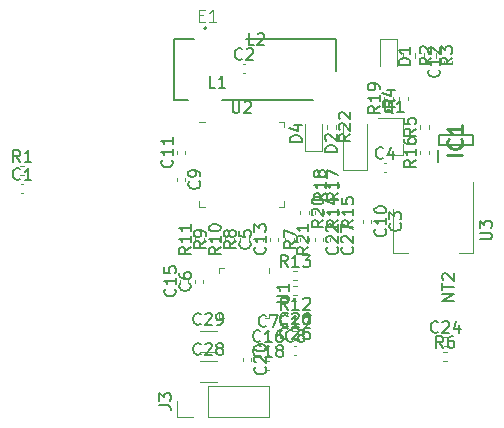
<source format=gbr>
%TF.GenerationSoftware,KiCad,Pcbnew,(5.1.8)-1*%
%TF.CreationDate,2021-03-06T05:42:10-08:00*%
%TF.ProjectId,audioboard,61756469-6f62-46f6-9172-642e6b696361,rev?*%
%TF.SameCoordinates,Original*%
%TF.FileFunction,Legend,Top*%
%TF.FilePolarity,Positive*%
%FSLAX46Y46*%
G04 Gerber Fmt 4.6, Leading zero omitted, Abs format (unit mm)*
G04 Created by KiCad (PCBNEW (5.1.8)-1) date 2021-03-06 05:42:10*
%MOMM*%
%LPD*%
G01*
G04 APERTURE LIST*
%ADD10C,0.120000*%
%ADD11C,0.200000*%
%ADD12C,0.127000*%
%ADD13C,0.150000*%
%ADD14C,0.254000*%
%ADD15C,0.015000*%
G04 APERTURE END LIST*
D10*
%TO.C,R16*%
X97410000Y-86513641D02*
X97410000Y-86206359D01*
X98170000Y-86513641D02*
X98170000Y-86206359D01*
%TO.C,R4*%
X95632000Y-81941641D02*
X95632000Y-81634359D01*
X96392000Y-81941641D02*
X96392000Y-81634359D01*
%TO.C,U3*%
X95142000Y-94874000D02*
X96402000Y-94874000D01*
X101962000Y-94874000D02*
X100702000Y-94874000D01*
X95142000Y-91114000D02*
X95142000Y-94874000D01*
X101962000Y-88864000D02*
X101962000Y-94874000D01*
%TO.C,U2*%
X85475000Y-83766000D02*
X85950000Y-83766000D01*
X85950000Y-83766000D02*
X85950000Y-84241000D01*
X79205000Y-90986000D02*
X78730000Y-90986000D01*
X78730000Y-90986000D02*
X78730000Y-90511000D01*
X85475000Y-90986000D02*
X85950000Y-90986000D01*
X85950000Y-90986000D02*
X85950000Y-90511000D01*
X79205000Y-83766000D02*
X78730000Y-83766000D01*
%TO.C,U1*%
X84660000Y-100033000D02*
X84660000Y-100408000D01*
X84660000Y-100408000D02*
X84285000Y-100408000D01*
X80440000Y-96563000D02*
X80440000Y-96188000D01*
X80440000Y-96188000D02*
X80815000Y-96188000D01*
X80440000Y-100033000D02*
X80440000Y-100408000D01*
X80440000Y-100408000D02*
X80815000Y-100408000D01*
X84660000Y-96563000D02*
X84660000Y-96188000D01*
%TO.C,R22*%
X90296000Y-84045359D02*
X90296000Y-84352641D01*
X89536000Y-84045359D02*
X89536000Y-84352641D01*
%TO.C,R21*%
X86740000Y-93572359D02*
X86740000Y-93879641D01*
X85980000Y-93572359D02*
X85980000Y-93879641D01*
%TO.C,R20*%
X88010000Y-91286359D02*
X88010000Y-91593641D01*
X87250000Y-91286359D02*
X87250000Y-91593641D01*
%TO.C,R19*%
X94362000Y-81941641D02*
X94362000Y-81634359D01*
X95122000Y-81941641D02*
X95122000Y-81634359D01*
%TO.C,R18*%
X89790000Y-89307641D02*
X89790000Y-89000359D01*
X90550000Y-89307641D02*
X90550000Y-89000359D01*
%TO.C,R17*%
X89280000Y-89000359D02*
X89280000Y-89307641D01*
X88520000Y-89000359D02*
X88520000Y-89307641D01*
%TO.C,R15*%
X90550000Y-91286359D02*
X90550000Y-91593641D01*
X89790000Y-91286359D02*
X89790000Y-91593641D01*
%TO.C,R14*%
X89280000Y-91286359D02*
X89280000Y-91593641D01*
X88520000Y-91286359D02*
X88520000Y-91593641D01*
%TO.C,R13*%
X86714359Y-96394000D02*
X87021641Y-96394000D01*
X86714359Y-97154000D02*
X87021641Y-97154000D01*
%TO.C,R12*%
X87021641Y-98424000D02*
X86714359Y-98424000D01*
X87021641Y-97664000D02*
X86714359Y-97664000D01*
%TO.C,R11*%
X78360000Y-93879641D02*
X78360000Y-93572359D01*
X79120000Y-93879641D02*
X79120000Y-93572359D01*
%TO.C,R10*%
X80900000Y-93879641D02*
X80900000Y-93572359D01*
X81660000Y-93879641D02*
X81660000Y-93572359D01*
%TO.C,R9*%
X79630000Y-93879641D02*
X79630000Y-93572359D01*
X80390000Y-93879641D02*
X80390000Y-93572359D01*
%TO.C,R8*%
X82170000Y-93879641D02*
X82170000Y-93572359D01*
X82930000Y-93879641D02*
X82930000Y-93572359D01*
%TO.C,R7*%
X87250000Y-93879641D02*
X87250000Y-93572359D01*
X88010000Y-93879641D02*
X88010000Y-93572359D01*
%TO.C,R6*%
X99414359Y-103252000D02*
X99721641Y-103252000D01*
X99414359Y-104012000D02*
X99721641Y-104012000D01*
%TO.C,R5*%
X97410000Y-84352641D02*
X97410000Y-84045359D01*
X98170000Y-84352641D02*
X98170000Y-84045359D01*
%TO.C,R3*%
X98820500Y-77931742D02*
X98820500Y-78406258D01*
X97775500Y-77931742D02*
X97775500Y-78406258D01*
%TO.C,R2*%
X97042500Y-77931742D02*
X97042500Y-78406258D01*
X95997500Y-77931742D02*
X95997500Y-78406258D01*
%TO.C,R1*%
X63600359Y-87504000D02*
X63907641Y-87504000D01*
X63600359Y-88264000D02*
X63907641Y-88264000D01*
%TO.C,Q1*%
X96010000Y-86599000D02*
X96010000Y-85669000D01*
X96010000Y-83439000D02*
X96010000Y-84369000D01*
X96010000Y-83439000D02*
X93850000Y-83439000D01*
X96010000Y-86599000D02*
X94550000Y-86599000D01*
%TO.C,J3*%
X84642000Y-108772000D02*
X84642000Y-106112000D01*
X79502000Y-108772000D02*
X84642000Y-108772000D01*
X79502000Y-106112000D02*
X84642000Y-106112000D01*
X79502000Y-108772000D02*
X79502000Y-106112000D01*
X78232000Y-108772000D02*
X76902000Y-108772000D01*
X76902000Y-108772000D02*
X76902000Y-107442000D01*
D11*
%TO.C,IC1*%
X99002000Y-85769000D02*
X99002000Y-84919000D01*
X99002000Y-84919000D02*
X101902000Y-84919000D01*
X101902000Y-84919000D02*
X101902000Y-85769000D01*
X101902000Y-85769000D02*
X99002000Y-85769000D01*
X98977000Y-87169000D02*
X98977000Y-86119000D01*
D12*
%TO.C,E1*%
X76598000Y-76720000D02*
X76598000Y-81950000D01*
X80693000Y-81950000D02*
X88403000Y-81950000D01*
X82698000Y-76720000D02*
X90348000Y-76720000D01*
X90348000Y-76720000D02*
X90348000Y-79480000D01*
D11*
X79348000Y-75850000D02*
G75*
G03*
X79348000Y-75850000I-100000J0D01*
G01*
D12*
X76598000Y-81950000D02*
X77803000Y-81950000D01*
X76598000Y-76720000D02*
X78328000Y-76720000D01*
D10*
%TO.C,D4*%
X87657000Y-83949000D02*
X87657000Y-86234000D01*
X87657000Y-86234000D02*
X89127000Y-86234000D01*
X89127000Y-86234000D02*
X89127000Y-83949000D01*
%TO.C,D2*%
X90948000Y-87848000D02*
X92948000Y-87848000D01*
X92948000Y-87848000D02*
X92948000Y-83948000D01*
X90948000Y-87848000D02*
X90948000Y-83948000D01*
%TO.C,D1*%
X95477000Y-79032000D02*
X95477000Y-76747000D01*
X95477000Y-76747000D02*
X94007000Y-76747000D01*
X94007000Y-76747000D02*
X94007000Y-79032000D01*
%TO.C,C29*%
X78790748Y-101452000D02*
X80213252Y-101452000D01*
X78790748Y-103272000D02*
X80213252Y-103272000D01*
%TO.C,C28*%
X78790748Y-103992000D02*
X80213252Y-103992000D01*
X78790748Y-105812000D02*
X80213252Y-105812000D01*
%TO.C,C27*%
X90530000Y-93618164D02*
X90530000Y-93833836D01*
X89810000Y-93618164D02*
X89810000Y-93833836D01*
%TO.C,C26*%
X86975836Y-99674000D02*
X86760164Y-99674000D01*
X86975836Y-98954000D02*
X86760164Y-98954000D01*
%TO.C,C25*%
X86975836Y-100944000D02*
X86760164Y-100944000D01*
X86975836Y-100224000D02*
X86760164Y-100224000D01*
%TO.C,C24*%
X99488164Y-102002000D02*
X99703836Y-102002000D01*
X99488164Y-102722000D02*
X99703836Y-102722000D01*
%TO.C,C22*%
X89260000Y-93618164D02*
X89260000Y-93833836D01*
X88540000Y-93618164D02*
X88540000Y-93833836D01*
%TO.C,C20*%
X83164000Y-103778164D02*
X83164000Y-103993836D01*
X82444000Y-103778164D02*
X82444000Y-103993836D01*
%TO.C,C18*%
X84474164Y-104034000D02*
X84689836Y-104034000D01*
X84474164Y-104754000D02*
X84689836Y-104754000D01*
%TO.C,C17*%
X86760164Y-101494000D02*
X86975836Y-101494000D01*
X86760164Y-102214000D02*
X86975836Y-102214000D01*
%TO.C,C16*%
X84446164Y-102764000D02*
X84661836Y-102764000D01*
X84446164Y-103484000D02*
X84661836Y-103484000D01*
%TO.C,C15*%
X77110000Y-97389836D02*
X77110000Y-97174164D01*
X77830000Y-97389836D02*
X77830000Y-97174164D01*
%TO.C,C13*%
X84730000Y-93833836D02*
X84730000Y-93618164D01*
X85450000Y-93833836D02*
X85450000Y-93618164D01*
%TO.C,C12*%
X99462000Y-78819836D02*
X99462000Y-78604164D01*
X100182000Y-78819836D02*
X100182000Y-78604164D01*
%TO.C,C11*%
X76856000Y-86467836D02*
X76856000Y-86252164D01*
X77576000Y-86467836D02*
X77576000Y-86252164D01*
%TO.C,C10*%
X93324000Y-92094164D02*
X93324000Y-92309836D01*
X92604000Y-92094164D02*
X92604000Y-92309836D01*
%TO.C,C9*%
X77576000Y-88538164D02*
X77576000Y-88753836D01*
X76856000Y-88538164D02*
X76856000Y-88753836D01*
%TO.C,C8*%
X86760164Y-102764000D02*
X86975836Y-102764000D01*
X86760164Y-103484000D02*
X86975836Y-103484000D01*
%TO.C,C7*%
X84474164Y-101494000D02*
X84689836Y-101494000D01*
X84474164Y-102214000D02*
X84689836Y-102214000D01*
%TO.C,C6*%
X78380000Y-97389836D02*
X78380000Y-97174164D01*
X79100000Y-97389836D02*
X79100000Y-97174164D01*
%TO.C,C5*%
X83460000Y-93833836D02*
X83460000Y-93618164D01*
X84180000Y-93833836D02*
X84180000Y-93618164D01*
%TO.C,C4*%
X94380164Y-87270000D02*
X94595836Y-87270000D01*
X94380164Y-87990000D02*
X94595836Y-87990000D01*
%TO.C,C3*%
X94594000Y-92094164D02*
X94594000Y-92309836D01*
X93874000Y-92094164D02*
X93874000Y-92309836D01*
%TO.C,C2*%
X82442164Y-78888000D02*
X82657836Y-78888000D01*
X82442164Y-79608000D02*
X82657836Y-79608000D01*
%TO.C,C1*%
X63646164Y-89048000D02*
X63861836Y-89048000D01*
X63646164Y-89768000D02*
X63861836Y-89768000D01*
%TO.C,*%
D13*
%TO.C,R16*%
X97072380Y-87002857D02*
X96596190Y-87336190D01*
X97072380Y-87574285D02*
X96072380Y-87574285D01*
X96072380Y-87193333D01*
X96120000Y-87098095D01*
X96167619Y-87050476D01*
X96262857Y-87002857D01*
X96405714Y-87002857D01*
X96500952Y-87050476D01*
X96548571Y-87098095D01*
X96596190Y-87193333D01*
X96596190Y-87574285D01*
X97072380Y-86050476D02*
X97072380Y-86621904D01*
X97072380Y-86336190D02*
X96072380Y-86336190D01*
X96215238Y-86431428D01*
X96310476Y-86526666D01*
X96358095Y-86621904D01*
X96072380Y-85193333D02*
X96072380Y-85383809D01*
X96120000Y-85479047D01*
X96167619Y-85526666D01*
X96310476Y-85621904D01*
X96500952Y-85669523D01*
X96881904Y-85669523D01*
X96977142Y-85621904D01*
X97024761Y-85574285D01*
X97072380Y-85479047D01*
X97072380Y-85288571D01*
X97024761Y-85193333D01*
X96977142Y-85145714D01*
X96881904Y-85098095D01*
X96643809Y-85098095D01*
X96548571Y-85145714D01*
X96500952Y-85193333D01*
X96453333Y-85288571D01*
X96453333Y-85479047D01*
X96500952Y-85574285D01*
X96548571Y-85621904D01*
X96643809Y-85669523D01*
%TO.C,R4*%
X95294380Y-81954666D02*
X94818190Y-82288000D01*
X95294380Y-82526095D02*
X94294380Y-82526095D01*
X94294380Y-82145142D01*
X94342000Y-82049904D01*
X94389619Y-82002285D01*
X94484857Y-81954666D01*
X94627714Y-81954666D01*
X94722952Y-82002285D01*
X94770571Y-82049904D01*
X94818190Y-82145142D01*
X94818190Y-82526095D01*
X94627714Y-81097523D02*
X95294380Y-81097523D01*
X94246761Y-81335619D02*
X94961047Y-81573714D01*
X94961047Y-80954666D01*
%TO.C,NT2*%
X100306380Y-98932857D02*
X99306380Y-98932857D01*
X100306380Y-98361428D01*
X99306380Y-98361428D01*
X99306380Y-98028095D02*
X99306380Y-97456666D01*
X100306380Y-97742380D02*
X99306380Y-97742380D01*
X99401619Y-97170952D02*
X99354000Y-97123333D01*
X99306380Y-97028095D01*
X99306380Y-96790000D01*
X99354000Y-96694761D01*
X99401619Y-96647142D01*
X99496857Y-96599523D01*
X99592095Y-96599523D01*
X99734952Y-96647142D01*
X100306380Y-97218571D01*
X100306380Y-96599523D01*
%TO.C,U3*%
X102504380Y-93725904D02*
X103313904Y-93725904D01*
X103409142Y-93678285D01*
X103456761Y-93630666D01*
X103504380Y-93535428D01*
X103504380Y-93344952D01*
X103456761Y-93249714D01*
X103409142Y-93202095D01*
X103313904Y-93154476D01*
X102504380Y-93154476D01*
X102504380Y-92773523D02*
X102504380Y-92154476D01*
X102885333Y-92487809D01*
X102885333Y-92344952D01*
X102932952Y-92249714D01*
X102980571Y-92202095D01*
X103075809Y-92154476D01*
X103313904Y-92154476D01*
X103409142Y-92202095D01*
X103456761Y-92249714D01*
X103504380Y-92344952D01*
X103504380Y-92630666D01*
X103456761Y-92725904D01*
X103409142Y-92773523D01*
%TO.C,U2*%
X81578095Y-82028380D02*
X81578095Y-82837904D01*
X81625714Y-82933142D01*
X81673333Y-82980761D01*
X81768571Y-83028380D01*
X81959047Y-83028380D01*
X82054285Y-82980761D01*
X82101904Y-82933142D01*
X82149523Y-82837904D01*
X82149523Y-82028380D01*
X82578095Y-82123619D02*
X82625714Y-82076000D01*
X82720952Y-82028380D01*
X82959047Y-82028380D01*
X83054285Y-82076000D01*
X83101904Y-82123619D01*
X83149523Y-82218857D01*
X83149523Y-82314095D01*
X83101904Y-82456952D01*
X82530476Y-83028380D01*
X83149523Y-83028380D01*
%TO.C,U1*%
X85302380Y-99059904D02*
X86111904Y-99059904D01*
X86207142Y-99012285D01*
X86254761Y-98964666D01*
X86302380Y-98869428D01*
X86302380Y-98678952D01*
X86254761Y-98583714D01*
X86207142Y-98536095D01*
X86111904Y-98488476D01*
X85302380Y-98488476D01*
X86302380Y-97488476D02*
X86302380Y-98059904D01*
X86302380Y-97774190D02*
X85302380Y-97774190D01*
X85445238Y-97869428D01*
X85540476Y-97964666D01*
X85588095Y-98059904D01*
%TO.C,R22*%
X91538380Y-84841857D02*
X91062190Y-85175190D01*
X91538380Y-85413285D02*
X90538380Y-85413285D01*
X90538380Y-85032333D01*
X90586000Y-84937095D01*
X90633619Y-84889476D01*
X90728857Y-84841857D01*
X90871714Y-84841857D01*
X90966952Y-84889476D01*
X91014571Y-84937095D01*
X91062190Y-85032333D01*
X91062190Y-85413285D01*
X90633619Y-84460904D02*
X90586000Y-84413285D01*
X90538380Y-84318047D01*
X90538380Y-84079952D01*
X90586000Y-83984714D01*
X90633619Y-83937095D01*
X90728857Y-83889476D01*
X90824095Y-83889476D01*
X90966952Y-83937095D01*
X91538380Y-84508523D01*
X91538380Y-83889476D01*
X90633619Y-83508523D02*
X90586000Y-83460904D01*
X90538380Y-83365666D01*
X90538380Y-83127571D01*
X90586000Y-83032333D01*
X90633619Y-82984714D01*
X90728857Y-82937095D01*
X90824095Y-82937095D01*
X90966952Y-82984714D01*
X91538380Y-83556142D01*
X91538380Y-82937095D01*
%TO.C,R21*%
X87982380Y-94368857D02*
X87506190Y-94702190D01*
X87982380Y-94940285D02*
X86982380Y-94940285D01*
X86982380Y-94559333D01*
X87030000Y-94464095D01*
X87077619Y-94416476D01*
X87172857Y-94368857D01*
X87315714Y-94368857D01*
X87410952Y-94416476D01*
X87458571Y-94464095D01*
X87506190Y-94559333D01*
X87506190Y-94940285D01*
X87077619Y-93987904D02*
X87030000Y-93940285D01*
X86982380Y-93845047D01*
X86982380Y-93606952D01*
X87030000Y-93511714D01*
X87077619Y-93464095D01*
X87172857Y-93416476D01*
X87268095Y-93416476D01*
X87410952Y-93464095D01*
X87982380Y-94035523D01*
X87982380Y-93416476D01*
X87982380Y-92464095D02*
X87982380Y-93035523D01*
X87982380Y-92749809D02*
X86982380Y-92749809D01*
X87125238Y-92845047D01*
X87220476Y-92940285D01*
X87268095Y-93035523D01*
%TO.C,R20*%
X89252380Y-92082857D02*
X88776190Y-92416190D01*
X89252380Y-92654285D02*
X88252380Y-92654285D01*
X88252380Y-92273333D01*
X88300000Y-92178095D01*
X88347619Y-92130476D01*
X88442857Y-92082857D01*
X88585714Y-92082857D01*
X88680952Y-92130476D01*
X88728571Y-92178095D01*
X88776190Y-92273333D01*
X88776190Y-92654285D01*
X88347619Y-91701904D02*
X88300000Y-91654285D01*
X88252380Y-91559047D01*
X88252380Y-91320952D01*
X88300000Y-91225714D01*
X88347619Y-91178095D01*
X88442857Y-91130476D01*
X88538095Y-91130476D01*
X88680952Y-91178095D01*
X89252380Y-91749523D01*
X89252380Y-91130476D01*
X88252380Y-90511428D02*
X88252380Y-90416190D01*
X88300000Y-90320952D01*
X88347619Y-90273333D01*
X88442857Y-90225714D01*
X88633333Y-90178095D01*
X88871428Y-90178095D01*
X89061904Y-90225714D01*
X89157142Y-90273333D01*
X89204761Y-90320952D01*
X89252380Y-90416190D01*
X89252380Y-90511428D01*
X89204761Y-90606666D01*
X89157142Y-90654285D01*
X89061904Y-90701904D01*
X88871428Y-90749523D01*
X88633333Y-90749523D01*
X88442857Y-90701904D01*
X88347619Y-90654285D01*
X88300000Y-90606666D01*
X88252380Y-90511428D01*
%TO.C,R19*%
X94024380Y-82430857D02*
X93548190Y-82764190D01*
X94024380Y-83002285D02*
X93024380Y-83002285D01*
X93024380Y-82621333D01*
X93072000Y-82526095D01*
X93119619Y-82478476D01*
X93214857Y-82430857D01*
X93357714Y-82430857D01*
X93452952Y-82478476D01*
X93500571Y-82526095D01*
X93548190Y-82621333D01*
X93548190Y-83002285D01*
X94024380Y-81478476D02*
X94024380Y-82049904D01*
X94024380Y-81764190D02*
X93024380Y-81764190D01*
X93167238Y-81859428D01*
X93262476Y-81954666D01*
X93310095Y-82049904D01*
X94024380Y-81002285D02*
X94024380Y-80811809D01*
X93976761Y-80716571D01*
X93929142Y-80668952D01*
X93786285Y-80573714D01*
X93595809Y-80526095D01*
X93214857Y-80526095D01*
X93119619Y-80573714D01*
X93072000Y-80621333D01*
X93024380Y-80716571D01*
X93024380Y-80907047D01*
X93072000Y-81002285D01*
X93119619Y-81049904D01*
X93214857Y-81097523D01*
X93452952Y-81097523D01*
X93548190Y-81049904D01*
X93595809Y-81002285D01*
X93643428Y-80907047D01*
X93643428Y-80716571D01*
X93595809Y-80621333D01*
X93548190Y-80573714D01*
X93452952Y-80526095D01*
%TO.C,R18*%
X89452380Y-89796857D02*
X88976190Y-90130190D01*
X89452380Y-90368285D02*
X88452380Y-90368285D01*
X88452380Y-89987333D01*
X88500000Y-89892095D01*
X88547619Y-89844476D01*
X88642857Y-89796857D01*
X88785714Y-89796857D01*
X88880952Y-89844476D01*
X88928571Y-89892095D01*
X88976190Y-89987333D01*
X88976190Y-90368285D01*
X89452380Y-88844476D02*
X89452380Y-89415904D01*
X89452380Y-89130190D02*
X88452380Y-89130190D01*
X88595238Y-89225428D01*
X88690476Y-89320666D01*
X88738095Y-89415904D01*
X88880952Y-88273047D02*
X88833333Y-88368285D01*
X88785714Y-88415904D01*
X88690476Y-88463523D01*
X88642857Y-88463523D01*
X88547619Y-88415904D01*
X88500000Y-88368285D01*
X88452380Y-88273047D01*
X88452380Y-88082571D01*
X88500000Y-87987333D01*
X88547619Y-87939714D01*
X88642857Y-87892095D01*
X88690476Y-87892095D01*
X88785714Y-87939714D01*
X88833333Y-87987333D01*
X88880952Y-88082571D01*
X88880952Y-88273047D01*
X88928571Y-88368285D01*
X88976190Y-88415904D01*
X89071428Y-88463523D01*
X89261904Y-88463523D01*
X89357142Y-88415904D01*
X89404761Y-88368285D01*
X89452380Y-88273047D01*
X89452380Y-88082571D01*
X89404761Y-87987333D01*
X89357142Y-87939714D01*
X89261904Y-87892095D01*
X89071428Y-87892095D01*
X88976190Y-87939714D01*
X88928571Y-87987333D01*
X88880952Y-88082571D01*
%TO.C,R17*%
X90522380Y-89796857D02*
X90046190Y-90130190D01*
X90522380Y-90368285D02*
X89522380Y-90368285D01*
X89522380Y-89987333D01*
X89570000Y-89892095D01*
X89617619Y-89844476D01*
X89712857Y-89796857D01*
X89855714Y-89796857D01*
X89950952Y-89844476D01*
X89998571Y-89892095D01*
X90046190Y-89987333D01*
X90046190Y-90368285D01*
X90522380Y-88844476D02*
X90522380Y-89415904D01*
X90522380Y-89130190D02*
X89522380Y-89130190D01*
X89665238Y-89225428D01*
X89760476Y-89320666D01*
X89808095Y-89415904D01*
X89522380Y-88511142D02*
X89522380Y-87844476D01*
X90522380Y-88273047D01*
%TO.C,R15*%
X91792380Y-92082857D02*
X91316190Y-92416190D01*
X91792380Y-92654285D02*
X90792380Y-92654285D01*
X90792380Y-92273333D01*
X90840000Y-92178095D01*
X90887619Y-92130476D01*
X90982857Y-92082857D01*
X91125714Y-92082857D01*
X91220952Y-92130476D01*
X91268571Y-92178095D01*
X91316190Y-92273333D01*
X91316190Y-92654285D01*
X91792380Y-91130476D02*
X91792380Y-91701904D01*
X91792380Y-91416190D02*
X90792380Y-91416190D01*
X90935238Y-91511428D01*
X91030476Y-91606666D01*
X91078095Y-91701904D01*
X90792380Y-90225714D02*
X90792380Y-90701904D01*
X91268571Y-90749523D01*
X91220952Y-90701904D01*
X91173333Y-90606666D01*
X91173333Y-90368571D01*
X91220952Y-90273333D01*
X91268571Y-90225714D01*
X91363809Y-90178095D01*
X91601904Y-90178095D01*
X91697142Y-90225714D01*
X91744761Y-90273333D01*
X91792380Y-90368571D01*
X91792380Y-90606666D01*
X91744761Y-90701904D01*
X91697142Y-90749523D01*
%TO.C,R14*%
X90522380Y-92082857D02*
X90046190Y-92416190D01*
X90522380Y-92654285D02*
X89522380Y-92654285D01*
X89522380Y-92273333D01*
X89570000Y-92178095D01*
X89617619Y-92130476D01*
X89712857Y-92082857D01*
X89855714Y-92082857D01*
X89950952Y-92130476D01*
X89998571Y-92178095D01*
X90046190Y-92273333D01*
X90046190Y-92654285D01*
X90522380Y-91130476D02*
X90522380Y-91701904D01*
X90522380Y-91416190D02*
X89522380Y-91416190D01*
X89665238Y-91511428D01*
X89760476Y-91606666D01*
X89808095Y-91701904D01*
X89855714Y-90273333D02*
X90522380Y-90273333D01*
X89474761Y-90511428D02*
X90189047Y-90749523D01*
X90189047Y-90130476D01*
%TO.C,R13*%
X86225142Y-96056380D02*
X85891809Y-95580190D01*
X85653714Y-96056380D02*
X85653714Y-95056380D01*
X86034666Y-95056380D01*
X86129904Y-95104000D01*
X86177523Y-95151619D01*
X86225142Y-95246857D01*
X86225142Y-95389714D01*
X86177523Y-95484952D01*
X86129904Y-95532571D01*
X86034666Y-95580190D01*
X85653714Y-95580190D01*
X87177523Y-96056380D02*
X86606095Y-96056380D01*
X86891809Y-96056380D02*
X86891809Y-95056380D01*
X86796571Y-95199238D01*
X86701333Y-95294476D01*
X86606095Y-95342095D01*
X87510857Y-95056380D02*
X88129904Y-95056380D01*
X87796571Y-95437333D01*
X87939428Y-95437333D01*
X88034666Y-95484952D01*
X88082285Y-95532571D01*
X88129904Y-95627809D01*
X88129904Y-95865904D01*
X88082285Y-95961142D01*
X88034666Y-96008761D01*
X87939428Y-96056380D01*
X87653714Y-96056380D01*
X87558476Y-96008761D01*
X87510857Y-95961142D01*
%TO.C,R12*%
X86225142Y-99666380D02*
X85891809Y-99190190D01*
X85653714Y-99666380D02*
X85653714Y-98666380D01*
X86034666Y-98666380D01*
X86129904Y-98714000D01*
X86177523Y-98761619D01*
X86225142Y-98856857D01*
X86225142Y-98999714D01*
X86177523Y-99094952D01*
X86129904Y-99142571D01*
X86034666Y-99190190D01*
X85653714Y-99190190D01*
X87177523Y-99666380D02*
X86606095Y-99666380D01*
X86891809Y-99666380D02*
X86891809Y-98666380D01*
X86796571Y-98809238D01*
X86701333Y-98904476D01*
X86606095Y-98952095D01*
X87558476Y-98761619D02*
X87606095Y-98714000D01*
X87701333Y-98666380D01*
X87939428Y-98666380D01*
X88034666Y-98714000D01*
X88082285Y-98761619D01*
X88129904Y-98856857D01*
X88129904Y-98952095D01*
X88082285Y-99094952D01*
X87510857Y-99666380D01*
X88129904Y-99666380D01*
%TO.C,R11*%
X78022380Y-94368857D02*
X77546190Y-94702190D01*
X78022380Y-94940285D02*
X77022380Y-94940285D01*
X77022380Y-94559333D01*
X77070000Y-94464095D01*
X77117619Y-94416476D01*
X77212857Y-94368857D01*
X77355714Y-94368857D01*
X77450952Y-94416476D01*
X77498571Y-94464095D01*
X77546190Y-94559333D01*
X77546190Y-94940285D01*
X78022380Y-93416476D02*
X78022380Y-93987904D01*
X78022380Y-93702190D02*
X77022380Y-93702190D01*
X77165238Y-93797428D01*
X77260476Y-93892666D01*
X77308095Y-93987904D01*
X78022380Y-92464095D02*
X78022380Y-93035523D01*
X78022380Y-92749809D02*
X77022380Y-92749809D01*
X77165238Y-92845047D01*
X77260476Y-92940285D01*
X77308095Y-93035523D01*
%TO.C,R10*%
X80562380Y-94368857D02*
X80086190Y-94702190D01*
X80562380Y-94940285D02*
X79562380Y-94940285D01*
X79562380Y-94559333D01*
X79610000Y-94464095D01*
X79657619Y-94416476D01*
X79752857Y-94368857D01*
X79895714Y-94368857D01*
X79990952Y-94416476D01*
X80038571Y-94464095D01*
X80086190Y-94559333D01*
X80086190Y-94940285D01*
X80562380Y-93416476D02*
X80562380Y-93987904D01*
X80562380Y-93702190D02*
X79562380Y-93702190D01*
X79705238Y-93797428D01*
X79800476Y-93892666D01*
X79848095Y-93987904D01*
X79562380Y-92797428D02*
X79562380Y-92702190D01*
X79610000Y-92606952D01*
X79657619Y-92559333D01*
X79752857Y-92511714D01*
X79943333Y-92464095D01*
X80181428Y-92464095D01*
X80371904Y-92511714D01*
X80467142Y-92559333D01*
X80514761Y-92606952D01*
X80562380Y-92702190D01*
X80562380Y-92797428D01*
X80514761Y-92892666D01*
X80467142Y-92940285D01*
X80371904Y-92987904D01*
X80181428Y-93035523D01*
X79943333Y-93035523D01*
X79752857Y-92987904D01*
X79657619Y-92940285D01*
X79610000Y-92892666D01*
X79562380Y-92797428D01*
%TO.C,R9*%
X79292380Y-93892666D02*
X78816190Y-94226000D01*
X79292380Y-94464095D02*
X78292380Y-94464095D01*
X78292380Y-94083142D01*
X78340000Y-93987904D01*
X78387619Y-93940285D01*
X78482857Y-93892666D01*
X78625714Y-93892666D01*
X78720952Y-93940285D01*
X78768571Y-93987904D01*
X78816190Y-94083142D01*
X78816190Y-94464095D01*
X79292380Y-93416476D02*
X79292380Y-93226000D01*
X79244761Y-93130761D01*
X79197142Y-93083142D01*
X79054285Y-92987904D01*
X78863809Y-92940285D01*
X78482857Y-92940285D01*
X78387619Y-92987904D01*
X78340000Y-93035523D01*
X78292380Y-93130761D01*
X78292380Y-93321238D01*
X78340000Y-93416476D01*
X78387619Y-93464095D01*
X78482857Y-93511714D01*
X78720952Y-93511714D01*
X78816190Y-93464095D01*
X78863809Y-93416476D01*
X78911428Y-93321238D01*
X78911428Y-93130761D01*
X78863809Y-93035523D01*
X78816190Y-92987904D01*
X78720952Y-92940285D01*
%TO.C,R8*%
X81832380Y-93892666D02*
X81356190Y-94226000D01*
X81832380Y-94464095D02*
X80832380Y-94464095D01*
X80832380Y-94083142D01*
X80880000Y-93987904D01*
X80927619Y-93940285D01*
X81022857Y-93892666D01*
X81165714Y-93892666D01*
X81260952Y-93940285D01*
X81308571Y-93987904D01*
X81356190Y-94083142D01*
X81356190Y-94464095D01*
X81260952Y-93321238D02*
X81213333Y-93416476D01*
X81165714Y-93464095D01*
X81070476Y-93511714D01*
X81022857Y-93511714D01*
X80927619Y-93464095D01*
X80880000Y-93416476D01*
X80832380Y-93321238D01*
X80832380Y-93130761D01*
X80880000Y-93035523D01*
X80927619Y-92987904D01*
X81022857Y-92940285D01*
X81070476Y-92940285D01*
X81165714Y-92987904D01*
X81213333Y-93035523D01*
X81260952Y-93130761D01*
X81260952Y-93321238D01*
X81308571Y-93416476D01*
X81356190Y-93464095D01*
X81451428Y-93511714D01*
X81641904Y-93511714D01*
X81737142Y-93464095D01*
X81784761Y-93416476D01*
X81832380Y-93321238D01*
X81832380Y-93130761D01*
X81784761Y-93035523D01*
X81737142Y-92987904D01*
X81641904Y-92940285D01*
X81451428Y-92940285D01*
X81356190Y-92987904D01*
X81308571Y-93035523D01*
X81260952Y-93130761D01*
%TO.C,R7*%
X86912380Y-93892666D02*
X86436190Y-94226000D01*
X86912380Y-94464095D02*
X85912380Y-94464095D01*
X85912380Y-94083142D01*
X85960000Y-93987904D01*
X86007619Y-93940285D01*
X86102857Y-93892666D01*
X86245714Y-93892666D01*
X86340952Y-93940285D01*
X86388571Y-93987904D01*
X86436190Y-94083142D01*
X86436190Y-94464095D01*
X85912380Y-93559333D02*
X85912380Y-92892666D01*
X86912380Y-93321238D01*
%TO.C,R6*%
X99401333Y-102914380D02*
X99068000Y-102438190D01*
X98829904Y-102914380D02*
X98829904Y-101914380D01*
X99210857Y-101914380D01*
X99306095Y-101962000D01*
X99353714Y-102009619D01*
X99401333Y-102104857D01*
X99401333Y-102247714D01*
X99353714Y-102342952D01*
X99306095Y-102390571D01*
X99210857Y-102438190D01*
X98829904Y-102438190D01*
X100258476Y-101914380D02*
X100068000Y-101914380D01*
X99972761Y-101962000D01*
X99925142Y-102009619D01*
X99829904Y-102152476D01*
X99782285Y-102342952D01*
X99782285Y-102723904D01*
X99829904Y-102819142D01*
X99877523Y-102866761D01*
X99972761Y-102914380D01*
X100163238Y-102914380D01*
X100258476Y-102866761D01*
X100306095Y-102819142D01*
X100353714Y-102723904D01*
X100353714Y-102485809D01*
X100306095Y-102390571D01*
X100258476Y-102342952D01*
X100163238Y-102295333D01*
X99972761Y-102295333D01*
X99877523Y-102342952D01*
X99829904Y-102390571D01*
X99782285Y-102485809D01*
%TO.C,R5*%
X97072380Y-84365666D02*
X96596190Y-84699000D01*
X97072380Y-84937095D02*
X96072380Y-84937095D01*
X96072380Y-84556142D01*
X96120000Y-84460904D01*
X96167619Y-84413285D01*
X96262857Y-84365666D01*
X96405714Y-84365666D01*
X96500952Y-84413285D01*
X96548571Y-84460904D01*
X96596190Y-84556142D01*
X96596190Y-84937095D01*
X96072380Y-83460904D02*
X96072380Y-83937095D01*
X96548571Y-83984714D01*
X96500952Y-83937095D01*
X96453333Y-83841857D01*
X96453333Y-83603761D01*
X96500952Y-83508523D01*
X96548571Y-83460904D01*
X96643809Y-83413285D01*
X96881904Y-83413285D01*
X96977142Y-83460904D01*
X97024761Y-83508523D01*
X97072380Y-83603761D01*
X97072380Y-83841857D01*
X97024761Y-83937095D01*
X96977142Y-83984714D01*
%TO.C,R3*%
X100180380Y-78335666D02*
X99704190Y-78669000D01*
X100180380Y-78907095D02*
X99180380Y-78907095D01*
X99180380Y-78526142D01*
X99228000Y-78430904D01*
X99275619Y-78383285D01*
X99370857Y-78335666D01*
X99513714Y-78335666D01*
X99608952Y-78383285D01*
X99656571Y-78430904D01*
X99704190Y-78526142D01*
X99704190Y-78907095D01*
X99180380Y-78002333D02*
X99180380Y-77383285D01*
X99561333Y-77716619D01*
X99561333Y-77573761D01*
X99608952Y-77478523D01*
X99656571Y-77430904D01*
X99751809Y-77383285D01*
X99989904Y-77383285D01*
X100085142Y-77430904D01*
X100132761Y-77478523D01*
X100180380Y-77573761D01*
X100180380Y-77859476D01*
X100132761Y-77954714D01*
X100085142Y-78002333D01*
%TO.C,R2*%
X98402380Y-78335666D02*
X97926190Y-78669000D01*
X98402380Y-78907095D02*
X97402380Y-78907095D01*
X97402380Y-78526142D01*
X97450000Y-78430904D01*
X97497619Y-78383285D01*
X97592857Y-78335666D01*
X97735714Y-78335666D01*
X97830952Y-78383285D01*
X97878571Y-78430904D01*
X97926190Y-78526142D01*
X97926190Y-78907095D01*
X97497619Y-77954714D02*
X97450000Y-77907095D01*
X97402380Y-77811857D01*
X97402380Y-77573761D01*
X97450000Y-77478523D01*
X97497619Y-77430904D01*
X97592857Y-77383285D01*
X97688095Y-77383285D01*
X97830952Y-77430904D01*
X98402380Y-78002333D01*
X98402380Y-77383285D01*
%TO.C,R1*%
X63587333Y-87166380D02*
X63254000Y-86690190D01*
X63015904Y-87166380D02*
X63015904Y-86166380D01*
X63396857Y-86166380D01*
X63492095Y-86214000D01*
X63539714Y-86261619D01*
X63587333Y-86356857D01*
X63587333Y-86499714D01*
X63539714Y-86594952D01*
X63492095Y-86642571D01*
X63396857Y-86690190D01*
X63015904Y-86690190D01*
X64539714Y-87166380D02*
X63968285Y-87166380D01*
X64254000Y-87166380D02*
X64254000Y-86166380D01*
X64158761Y-86309238D01*
X64063523Y-86404476D01*
X63968285Y-86452095D01*
%TO.C,Q1*%
X95154761Y-83066619D02*
X95059523Y-83019000D01*
X94964285Y-82923761D01*
X94821428Y-82780904D01*
X94726190Y-82733285D01*
X94630952Y-82733285D01*
X94678571Y-82971380D02*
X94583333Y-82923761D01*
X94488095Y-82828523D01*
X94440476Y-82638047D01*
X94440476Y-82304714D01*
X94488095Y-82114238D01*
X94583333Y-82019000D01*
X94678571Y-81971380D01*
X94869047Y-81971380D01*
X94964285Y-82019000D01*
X95059523Y-82114238D01*
X95107142Y-82304714D01*
X95107142Y-82638047D01*
X95059523Y-82828523D01*
X94964285Y-82923761D01*
X94869047Y-82971380D01*
X94678571Y-82971380D01*
X96059523Y-82971380D02*
X95488095Y-82971380D01*
X95773809Y-82971380D02*
X95773809Y-81971380D01*
X95678571Y-82114238D01*
X95583333Y-82209476D01*
X95488095Y-82257095D01*
%TO.C,L2*%
X83399333Y-77260380D02*
X82923142Y-77260380D01*
X82923142Y-76260380D01*
X83685047Y-76355619D02*
X83732666Y-76308000D01*
X83827904Y-76260380D01*
X84066000Y-76260380D01*
X84161238Y-76308000D01*
X84208857Y-76355619D01*
X84256476Y-76450857D01*
X84256476Y-76546095D01*
X84208857Y-76688952D01*
X83637428Y-77260380D01*
X84256476Y-77260380D01*
%TO.C,L1*%
X80097333Y-80870380D02*
X79621142Y-80870380D01*
X79621142Y-79870380D01*
X80954476Y-80870380D02*
X80383047Y-80870380D01*
X80668761Y-80870380D02*
X80668761Y-79870380D01*
X80573523Y-80013238D01*
X80478285Y-80108476D01*
X80383047Y-80156095D01*
%TO.C,J3*%
X75354380Y-107775333D02*
X76068666Y-107775333D01*
X76211523Y-107822952D01*
X76306761Y-107918190D01*
X76354380Y-108061047D01*
X76354380Y-108156285D01*
X75354380Y-107394380D02*
X75354380Y-106775333D01*
X75735333Y-107108666D01*
X75735333Y-106965809D01*
X75782952Y-106870571D01*
X75830571Y-106822952D01*
X75925809Y-106775333D01*
X76163904Y-106775333D01*
X76259142Y-106822952D01*
X76306761Y-106870571D01*
X76354380Y-106965809D01*
X76354380Y-107251523D01*
X76306761Y-107346761D01*
X76259142Y-107394380D01*
%TO.C,IC1*%
D14*
X101026523Y-86583761D02*
X99756523Y-86583761D01*
X100905571Y-85253285D02*
X100966047Y-85313761D01*
X101026523Y-85495190D01*
X101026523Y-85616142D01*
X100966047Y-85797571D01*
X100845095Y-85918523D01*
X100724142Y-85979000D01*
X100482238Y-86039476D01*
X100300809Y-86039476D01*
X100058904Y-85979000D01*
X99937952Y-85918523D01*
X99817000Y-85797571D01*
X99756523Y-85616142D01*
X99756523Y-85495190D01*
X99817000Y-85313761D01*
X99877476Y-85253285D01*
X101026523Y-84043761D02*
X101026523Y-84769476D01*
X101026523Y-84406619D02*
X99756523Y-84406619D01*
X99937952Y-84527571D01*
X100058904Y-84648523D01*
X100119380Y-84769476D01*
%TO.C,E1*%
D15*
X78732523Y-74763571D02*
X79065857Y-74763571D01*
X79208714Y-75287380D02*
X78732523Y-75287380D01*
X78732523Y-74287380D01*
X79208714Y-74287380D01*
X80161095Y-75287380D02*
X79589666Y-75287380D01*
X79875380Y-75287380D02*
X79875380Y-74287380D01*
X79780142Y-74430238D01*
X79684904Y-74525476D01*
X79589666Y-74573095D01*
%TO.C,D4*%
D13*
X87414380Y-85487095D02*
X86414380Y-85487095D01*
X86414380Y-85249000D01*
X86462000Y-85106142D01*
X86557238Y-85010904D01*
X86652476Y-84963285D01*
X86842952Y-84915666D01*
X86985809Y-84915666D01*
X87176285Y-84963285D01*
X87271523Y-85010904D01*
X87366761Y-85106142D01*
X87414380Y-85249000D01*
X87414380Y-85487095D01*
X86747714Y-84058523D02*
X87414380Y-84058523D01*
X86366761Y-84296619D02*
X87081047Y-84534714D01*
X87081047Y-83915666D01*
%TO.C,D2*%
X90400380Y-86336095D02*
X89400380Y-86336095D01*
X89400380Y-86098000D01*
X89448000Y-85955142D01*
X89543238Y-85859904D01*
X89638476Y-85812285D01*
X89828952Y-85764666D01*
X89971809Y-85764666D01*
X90162285Y-85812285D01*
X90257523Y-85859904D01*
X90352761Y-85955142D01*
X90400380Y-86098000D01*
X90400380Y-86336095D01*
X89495619Y-85383714D02*
X89448000Y-85336095D01*
X89400380Y-85240857D01*
X89400380Y-85002761D01*
X89448000Y-84907523D01*
X89495619Y-84859904D01*
X89590857Y-84812285D01*
X89686095Y-84812285D01*
X89828952Y-84859904D01*
X90400380Y-85431333D01*
X90400380Y-84812285D01*
%TO.C,D1*%
X96624380Y-78970095D02*
X95624380Y-78970095D01*
X95624380Y-78732000D01*
X95672000Y-78589142D01*
X95767238Y-78493904D01*
X95862476Y-78446285D01*
X96052952Y-78398666D01*
X96195809Y-78398666D01*
X96386285Y-78446285D01*
X96481523Y-78493904D01*
X96576761Y-78589142D01*
X96624380Y-78732000D01*
X96624380Y-78970095D01*
X96624380Y-77446285D02*
X96624380Y-78017714D01*
X96624380Y-77732000D02*
X95624380Y-77732000D01*
X95767238Y-77827238D01*
X95862476Y-77922476D01*
X95910095Y-78017714D01*
%TO.C,C29*%
X78859142Y-100869142D02*
X78811523Y-100916761D01*
X78668666Y-100964380D01*
X78573428Y-100964380D01*
X78430571Y-100916761D01*
X78335333Y-100821523D01*
X78287714Y-100726285D01*
X78240095Y-100535809D01*
X78240095Y-100392952D01*
X78287714Y-100202476D01*
X78335333Y-100107238D01*
X78430571Y-100012000D01*
X78573428Y-99964380D01*
X78668666Y-99964380D01*
X78811523Y-100012000D01*
X78859142Y-100059619D01*
X79240095Y-100059619D02*
X79287714Y-100012000D01*
X79382952Y-99964380D01*
X79621047Y-99964380D01*
X79716285Y-100012000D01*
X79763904Y-100059619D01*
X79811523Y-100154857D01*
X79811523Y-100250095D01*
X79763904Y-100392952D01*
X79192476Y-100964380D01*
X79811523Y-100964380D01*
X80287714Y-100964380D02*
X80478190Y-100964380D01*
X80573428Y-100916761D01*
X80621047Y-100869142D01*
X80716285Y-100726285D01*
X80763904Y-100535809D01*
X80763904Y-100154857D01*
X80716285Y-100059619D01*
X80668666Y-100012000D01*
X80573428Y-99964380D01*
X80382952Y-99964380D01*
X80287714Y-100012000D01*
X80240095Y-100059619D01*
X80192476Y-100154857D01*
X80192476Y-100392952D01*
X80240095Y-100488190D01*
X80287714Y-100535809D01*
X80382952Y-100583428D01*
X80573428Y-100583428D01*
X80668666Y-100535809D01*
X80716285Y-100488190D01*
X80763904Y-100392952D01*
%TO.C,C28*%
X78859142Y-103409142D02*
X78811523Y-103456761D01*
X78668666Y-103504380D01*
X78573428Y-103504380D01*
X78430571Y-103456761D01*
X78335333Y-103361523D01*
X78287714Y-103266285D01*
X78240095Y-103075809D01*
X78240095Y-102932952D01*
X78287714Y-102742476D01*
X78335333Y-102647238D01*
X78430571Y-102552000D01*
X78573428Y-102504380D01*
X78668666Y-102504380D01*
X78811523Y-102552000D01*
X78859142Y-102599619D01*
X79240095Y-102599619D02*
X79287714Y-102552000D01*
X79382952Y-102504380D01*
X79621047Y-102504380D01*
X79716285Y-102552000D01*
X79763904Y-102599619D01*
X79811523Y-102694857D01*
X79811523Y-102790095D01*
X79763904Y-102932952D01*
X79192476Y-103504380D01*
X79811523Y-103504380D01*
X80382952Y-102932952D02*
X80287714Y-102885333D01*
X80240095Y-102837714D01*
X80192476Y-102742476D01*
X80192476Y-102694857D01*
X80240095Y-102599619D01*
X80287714Y-102552000D01*
X80382952Y-102504380D01*
X80573428Y-102504380D01*
X80668666Y-102552000D01*
X80716285Y-102599619D01*
X80763904Y-102694857D01*
X80763904Y-102742476D01*
X80716285Y-102837714D01*
X80668666Y-102885333D01*
X80573428Y-102932952D01*
X80382952Y-102932952D01*
X80287714Y-102980571D01*
X80240095Y-103028190D01*
X80192476Y-103123428D01*
X80192476Y-103313904D01*
X80240095Y-103409142D01*
X80287714Y-103456761D01*
X80382952Y-103504380D01*
X80573428Y-103504380D01*
X80668666Y-103456761D01*
X80716285Y-103409142D01*
X80763904Y-103313904D01*
X80763904Y-103123428D01*
X80716285Y-103028190D01*
X80668666Y-102980571D01*
X80573428Y-102932952D01*
%TO.C,C27*%
X91687142Y-94368857D02*
X91734761Y-94416476D01*
X91782380Y-94559333D01*
X91782380Y-94654571D01*
X91734761Y-94797428D01*
X91639523Y-94892666D01*
X91544285Y-94940285D01*
X91353809Y-94987904D01*
X91210952Y-94987904D01*
X91020476Y-94940285D01*
X90925238Y-94892666D01*
X90830000Y-94797428D01*
X90782380Y-94654571D01*
X90782380Y-94559333D01*
X90830000Y-94416476D01*
X90877619Y-94368857D01*
X90877619Y-93987904D02*
X90830000Y-93940285D01*
X90782380Y-93845047D01*
X90782380Y-93606952D01*
X90830000Y-93511714D01*
X90877619Y-93464095D01*
X90972857Y-93416476D01*
X91068095Y-93416476D01*
X91210952Y-93464095D01*
X91782380Y-94035523D01*
X91782380Y-93416476D01*
X90782380Y-93083142D02*
X90782380Y-92416476D01*
X91782380Y-92845047D01*
%TO.C,C26*%
X86225142Y-100831142D02*
X86177523Y-100878761D01*
X86034666Y-100926380D01*
X85939428Y-100926380D01*
X85796571Y-100878761D01*
X85701333Y-100783523D01*
X85653714Y-100688285D01*
X85606095Y-100497809D01*
X85606095Y-100354952D01*
X85653714Y-100164476D01*
X85701333Y-100069238D01*
X85796571Y-99974000D01*
X85939428Y-99926380D01*
X86034666Y-99926380D01*
X86177523Y-99974000D01*
X86225142Y-100021619D01*
X86606095Y-100021619D02*
X86653714Y-99974000D01*
X86748952Y-99926380D01*
X86987047Y-99926380D01*
X87082285Y-99974000D01*
X87129904Y-100021619D01*
X87177523Y-100116857D01*
X87177523Y-100212095D01*
X87129904Y-100354952D01*
X86558476Y-100926380D01*
X87177523Y-100926380D01*
X88034666Y-99926380D02*
X87844190Y-99926380D01*
X87748952Y-99974000D01*
X87701333Y-100021619D01*
X87606095Y-100164476D01*
X87558476Y-100354952D01*
X87558476Y-100735904D01*
X87606095Y-100831142D01*
X87653714Y-100878761D01*
X87748952Y-100926380D01*
X87939428Y-100926380D01*
X88034666Y-100878761D01*
X88082285Y-100831142D01*
X88129904Y-100735904D01*
X88129904Y-100497809D01*
X88082285Y-100402571D01*
X88034666Y-100354952D01*
X87939428Y-100307333D01*
X87748952Y-100307333D01*
X87653714Y-100354952D01*
X87606095Y-100402571D01*
X87558476Y-100497809D01*
%TO.C,C25*%
X86225142Y-102101142D02*
X86177523Y-102148761D01*
X86034666Y-102196380D01*
X85939428Y-102196380D01*
X85796571Y-102148761D01*
X85701333Y-102053523D01*
X85653714Y-101958285D01*
X85606095Y-101767809D01*
X85606095Y-101624952D01*
X85653714Y-101434476D01*
X85701333Y-101339238D01*
X85796571Y-101244000D01*
X85939428Y-101196380D01*
X86034666Y-101196380D01*
X86177523Y-101244000D01*
X86225142Y-101291619D01*
X86606095Y-101291619D02*
X86653714Y-101244000D01*
X86748952Y-101196380D01*
X86987047Y-101196380D01*
X87082285Y-101244000D01*
X87129904Y-101291619D01*
X87177523Y-101386857D01*
X87177523Y-101482095D01*
X87129904Y-101624952D01*
X86558476Y-102196380D01*
X87177523Y-102196380D01*
X88082285Y-101196380D02*
X87606095Y-101196380D01*
X87558476Y-101672571D01*
X87606095Y-101624952D01*
X87701333Y-101577333D01*
X87939428Y-101577333D01*
X88034666Y-101624952D01*
X88082285Y-101672571D01*
X88129904Y-101767809D01*
X88129904Y-102005904D01*
X88082285Y-102101142D01*
X88034666Y-102148761D01*
X87939428Y-102196380D01*
X87701333Y-102196380D01*
X87606095Y-102148761D01*
X87558476Y-102101142D01*
%TO.C,C24*%
X98953142Y-101559142D02*
X98905523Y-101606761D01*
X98762666Y-101654380D01*
X98667428Y-101654380D01*
X98524571Y-101606761D01*
X98429333Y-101511523D01*
X98381714Y-101416285D01*
X98334095Y-101225809D01*
X98334095Y-101082952D01*
X98381714Y-100892476D01*
X98429333Y-100797238D01*
X98524571Y-100702000D01*
X98667428Y-100654380D01*
X98762666Y-100654380D01*
X98905523Y-100702000D01*
X98953142Y-100749619D01*
X99334095Y-100749619D02*
X99381714Y-100702000D01*
X99476952Y-100654380D01*
X99715047Y-100654380D01*
X99810285Y-100702000D01*
X99857904Y-100749619D01*
X99905523Y-100844857D01*
X99905523Y-100940095D01*
X99857904Y-101082952D01*
X99286476Y-101654380D01*
X99905523Y-101654380D01*
X100762666Y-100987714D02*
X100762666Y-101654380D01*
X100524571Y-100606761D02*
X100286476Y-101321047D01*
X100905523Y-101321047D01*
%TO.C,C22*%
X90417142Y-94368857D02*
X90464761Y-94416476D01*
X90512380Y-94559333D01*
X90512380Y-94654571D01*
X90464761Y-94797428D01*
X90369523Y-94892666D01*
X90274285Y-94940285D01*
X90083809Y-94987904D01*
X89940952Y-94987904D01*
X89750476Y-94940285D01*
X89655238Y-94892666D01*
X89560000Y-94797428D01*
X89512380Y-94654571D01*
X89512380Y-94559333D01*
X89560000Y-94416476D01*
X89607619Y-94368857D01*
X89607619Y-93987904D02*
X89560000Y-93940285D01*
X89512380Y-93845047D01*
X89512380Y-93606952D01*
X89560000Y-93511714D01*
X89607619Y-93464095D01*
X89702857Y-93416476D01*
X89798095Y-93416476D01*
X89940952Y-93464095D01*
X90512380Y-94035523D01*
X90512380Y-93416476D01*
X89607619Y-93035523D02*
X89560000Y-92987904D01*
X89512380Y-92892666D01*
X89512380Y-92654571D01*
X89560000Y-92559333D01*
X89607619Y-92511714D01*
X89702857Y-92464095D01*
X89798095Y-92464095D01*
X89940952Y-92511714D01*
X90512380Y-93083142D01*
X90512380Y-92464095D01*
%TO.C,C20*%
X84321142Y-104528857D02*
X84368761Y-104576476D01*
X84416380Y-104719333D01*
X84416380Y-104814571D01*
X84368761Y-104957428D01*
X84273523Y-105052666D01*
X84178285Y-105100285D01*
X83987809Y-105147904D01*
X83844952Y-105147904D01*
X83654476Y-105100285D01*
X83559238Y-105052666D01*
X83464000Y-104957428D01*
X83416380Y-104814571D01*
X83416380Y-104719333D01*
X83464000Y-104576476D01*
X83511619Y-104528857D01*
X83511619Y-104147904D02*
X83464000Y-104100285D01*
X83416380Y-104005047D01*
X83416380Y-103766952D01*
X83464000Y-103671714D01*
X83511619Y-103624095D01*
X83606857Y-103576476D01*
X83702095Y-103576476D01*
X83844952Y-103624095D01*
X84416380Y-104195523D01*
X84416380Y-103576476D01*
X83416380Y-102957428D02*
X83416380Y-102862190D01*
X83464000Y-102766952D01*
X83511619Y-102719333D01*
X83606857Y-102671714D01*
X83797333Y-102624095D01*
X84035428Y-102624095D01*
X84225904Y-102671714D01*
X84321142Y-102719333D01*
X84368761Y-102766952D01*
X84416380Y-102862190D01*
X84416380Y-102957428D01*
X84368761Y-103052666D01*
X84321142Y-103100285D01*
X84225904Y-103147904D01*
X84035428Y-103195523D01*
X83797333Y-103195523D01*
X83606857Y-103147904D01*
X83511619Y-103100285D01*
X83464000Y-103052666D01*
X83416380Y-102957428D01*
%TO.C,C18*%
X83939142Y-103591142D02*
X83891523Y-103638761D01*
X83748666Y-103686380D01*
X83653428Y-103686380D01*
X83510571Y-103638761D01*
X83415333Y-103543523D01*
X83367714Y-103448285D01*
X83320095Y-103257809D01*
X83320095Y-103114952D01*
X83367714Y-102924476D01*
X83415333Y-102829238D01*
X83510571Y-102734000D01*
X83653428Y-102686380D01*
X83748666Y-102686380D01*
X83891523Y-102734000D01*
X83939142Y-102781619D01*
X84891523Y-103686380D02*
X84320095Y-103686380D01*
X84605809Y-103686380D02*
X84605809Y-102686380D01*
X84510571Y-102829238D01*
X84415333Y-102924476D01*
X84320095Y-102972095D01*
X85462952Y-103114952D02*
X85367714Y-103067333D01*
X85320095Y-103019714D01*
X85272476Y-102924476D01*
X85272476Y-102876857D01*
X85320095Y-102781619D01*
X85367714Y-102734000D01*
X85462952Y-102686380D01*
X85653428Y-102686380D01*
X85748666Y-102734000D01*
X85796285Y-102781619D01*
X85843904Y-102876857D01*
X85843904Y-102924476D01*
X85796285Y-103019714D01*
X85748666Y-103067333D01*
X85653428Y-103114952D01*
X85462952Y-103114952D01*
X85367714Y-103162571D01*
X85320095Y-103210190D01*
X85272476Y-103305428D01*
X85272476Y-103495904D01*
X85320095Y-103591142D01*
X85367714Y-103638761D01*
X85462952Y-103686380D01*
X85653428Y-103686380D01*
X85748666Y-103638761D01*
X85796285Y-103591142D01*
X85843904Y-103495904D01*
X85843904Y-103305428D01*
X85796285Y-103210190D01*
X85748666Y-103162571D01*
X85653428Y-103114952D01*
%TO.C,C17*%
X86225142Y-101051142D02*
X86177523Y-101098761D01*
X86034666Y-101146380D01*
X85939428Y-101146380D01*
X85796571Y-101098761D01*
X85701333Y-101003523D01*
X85653714Y-100908285D01*
X85606095Y-100717809D01*
X85606095Y-100574952D01*
X85653714Y-100384476D01*
X85701333Y-100289238D01*
X85796571Y-100194000D01*
X85939428Y-100146380D01*
X86034666Y-100146380D01*
X86177523Y-100194000D01*
X86225142Y-100241619D01*
X87177523Y-101146380D02*
X86606095Y-101146380D01*
X86891809Y-101146380D02*
X86891809Y-100146380D01*
X86796571Y-100289238D01*
X86701333Y-100384476D01*
X86606095Y-100432095D01*
X87510857Y-100146380D02*
X88177523Y-100146380D01*
X87748952Y-101146380D01*
%TO.C,C16*%
X83911142Y-102321142D02*
X83863523Y-102368761D01*
X83720666Y-102416380D01*
X83625428Y-102416380D01*
X83482571Y-102368761D01*
X83387333Y-102273523D01*
X83339714Y-102178285D01*
X83292095Y-101987809D01*
X83292095Y-101844952D01*
X83339714Y-101654476D01*
X83387333Y-101559238D01*
X83482571Y-101464000D01*
X83625428Y-101416380D01*
X83720666Y-101416380D01*
X83863523Y-101464000D01*
X83911142Y-101511619D01*
X84863523Y-102416380D02*
X84292095Y-102416380D01*
X84577809Y-102416380D02*
X84577809Y-101416380D01*
X84482571Y-101559238D01*
X84387333Y-101654476D01*
X84292095Y-101702095D01*
X85720666Y-101416380D02*
X85530190Y-101416380D01*
X85434952Y-101464000D01*
X85387333Y-101511619D01*
X85292095Y-101654476D01*
X85244476Y-101844952D01*
X85244476Y-102225904D01*
X85292095Y-102321142D01*
X85339714Y-102368761D01*
X85434952Y-102416380D01*
X85625428Y-102416380D01*
X85720666Y-102368761D01*
X85768285Y-102321142D01*
X85815904Y-102225904D01*
X85815904Y-101987809D01*
X85768285Y-101892571D01*
X85720666Y-101844952D01*
X85625428Y-101797333D01*
X85434952Y-101797333D01*
X85339714Y-101844952D01*
X85292095Y-101892571D01*
X85244476Y-101987809D01*
%TO.C,C15*%
X76667142Y-97924857D02*
X76714761Y-97972476D01*
X76762380Y-98115333D01*
X76762380Y-98210571D01*
X76714761Y-98353428D01*
X76619523Y-98448666D01*
X76524285Y-98496285D01*
X76333809Y-98543904D01*
X76190952Y-98543904D01*
X76000476Y-98496285D01*
X75905238Y-98448666D01*
X75810000Y-98353428D01*
X75762380Y-98210571D01*
X75762380Y-98115333D01*
X75810000Y-97972476D01*
X75857619Y-97924857D01*
X76762380Y-96972476D02*
X76762380Y-97543904D01*
X76762380Y-97258190D02*
X75762380Y-97258190D01*
X75905238Y-97353428D01*
X76000476Y-97448666D01*
X76048095Y-97543904D01*
X75762380Y-96067714D02*
X75762380Y-96543904D01*
X76238571Y-96591523D01*
X76190952Y-96543904D01*
X76143333Y-96448666D01*
X76143333Y-96210571D01*
X76190952Y-96115333D01*
X76238571Y-96067714D01*
X76333809Y-96020095D01*
X76571904Y-96020095D01*
X76667142Y-96067714D01*
X76714761Y-96115333D01*
X76762380Y-96210571D01*
X76762380Y-96448666D01*
X76714761Y-96543904D01*
X76667142Y-96591523D01*
%TO.C,C13*%
X84287142Y-94368857D02*
X84334761Y-94416476D01*
X84382380Y-94559333D01*
X84382380Y-94654571D01*
X84334761Y-94797428D01*
X84239523Y-94892666D01*
X84144285Y-94940285D01*
X83953809Y-94987904D01*
X83810952Y-94987904D01*
X83620476Y-94940285D01*
X83525238Y-94892666D01*
X83430000Y-94797428D01*
X83382380Y-94654571D01*
X83382380Y-94559333D01*
X83430000Y-94416476D01*
X83477619Y-94368857D01*
X84382380Y-93416476D02*
X84382380Y-93987904D01*
X84382380Y-93702190D02*
X83382380Y-93702190D01*
X83525238Y-93797428D01*
X83620476Y-93892666D01*
X83668095Y-93987904D01*
X83382380Y-93083142D02*
X83382380Y-92464095D01*
X83763333Y-92797428D01*
X83763333Y-92654571D01*
X83810952Y-92559333D01*
X83858571Y-92511714D01*
X83953809Y-92464095D01*
X84191904Y-92464095D01*
X84287142Y-92511714D01*
X84334761Y-92559333D01*
X84382380Y-92654571D01*
X84382380Y-92940285D01*
X84334761Y-93035523D01*
X84287142Y-93083142D01*
%TO.C,C12*%
X99019142Y-79354857D02*
X99066761Y-79402476D01*
X99114380Y-79545333D01*
X99114380Y-79640571D01*
X99066761Y-79783428D01*
X98971523Y-79878666D01*
X98876285Y-79926285D01*
X98685809Y-79973904D01*
X98542952Y-79973904D01*
X98352476Y-79926285D01*
X98257238Y-79878666D01*
X98162000Y-79783428D01*
X98114380Y-79640571D01*
X98114380Y-79545333D01*
X98162000Y-79402476D01*
X98209619Y-79354857D01*
X99114380Y-78402476D02*
X99114380Y-78973904D01*
X99114380Y-78688190D02*
X98114380Y-78688190D01*
X98257238Y-78783428D01*
X98352476Y-78878666D01*
X98400095Y-78973904D01*
X98209619Y-78021523D02*
X98162000Y-77973904D01*
X98114380Y-77878666D01*
X98114380Y-77640571D01*
X98162000Y-77545333D01*
X98209619Y-77497714D01*
X98304857Y-77450095D01*
X98400095Y-77450095D01*
X98542952Y-77497714D01*
X99114380Y-78069142D01*
X99114380Y-77450095D01*
%TO.C,C11*%
X76413142Y-87002857D02*
X76460761Y-87050476D01*
X76508380Y-87193333D01*
X76508380Y-87288571D01*
X76460761Y-87431428D01*
X76365523Y-87526666D01*
X76270285Y-87574285D01*
X76079809Y-87621904D01*
X75936952Y-87621904D01*
X75746476Y-87574285D01*
X75651238Y-87526666D01*
X75556000Y-87431428D01*
X75508380Y-87288571D01*
X75508380Y-87193333D01*
X75556000Y-87050476D01*
X75603619Y-87002857D01*
X76508380Y-86050476D02*
X76508380Y-86621904D01*
X76508380Y-86336190D02*
X75508380Y-86336190D01*
X75651238Y-86431428D01*
X75746476Y-86526666D01*
X75794095Y-86621904D01*
X76508380Y-85098095D02*
X76508380Y-85669523D01*
X76508380Y-85383809D02*
X75508380Y-85383809D01*
X75651238Y-85479047D01*
X75746476Y-85574285D01*
X75794095Y-85669523D01*
%TO.C,C10*%
X94481142Y-92844857D02*
X94528761Y-92892476D01*
X94576380Y-93035333D01*
X94576380Y-93130571D01*
X94528761Y-93273428D01*
X94433523Y-93368666D01*
X94338285Y-93416285D01*
X94147809Y-93463904D01*
X94004952Y-93463904D01*
X93814476Y-93416285D01*
X93719238Y-93368666D01*
X93624000Y-93273428D01*
X93576380Y-93130571D01*
X93576380Y-93035333D01*
X93624000Y-92892476D01*
X93671619Y-92844857D01*
X94576380Y-91892476D02*
X94576380Y-92463904D01*
X94576380Y-92178190D02*
X93576380Y-92178190D01*
X93719238Y-92273428D01*
X93814476Y-92368666D01*
X93862095Y-92463904D01*
X93576380Y-91273428D02*
X93576380Y-91178190D01*
X93624000Y-91082952D01*
X93671619Y-91035333D01*
X93766857Y-90987714D01*
X93957333Y-90940095D01*
X94195428Y-90940095D01*
X94385904Y-90987714D01*
X94481142Y-91035333D01*
X94528761Y-91082952D01*
X94576380Y-91178190D01*
X94576380Y-91273428D01*
X94528761Y-91368666D01*
X94481142Y-91416285D01*
X94385904Y-91463904D01*
X94195428Y-91511523D01*
X93957333Y-91511523D01*
X93766857Y-91463904D01*
X93671619Y-91416285D01*
X93624000Y-91368666D01*
X93576380Y-91273428D01*
%TO.C,C9*%
X78733142Y-88812666D02*
X78780761Y-88860285D01*
X78828380Y-89003142D01*
X78828380Y-89098380D01*
X78780761Y-89241238D01*
X78685523Y-89336476D01*
X78590285Y-89384095D01*
X78399809Y-89431714D01*
X78256952Y-89431714D01*
X78066476Y-89384095D01*
X77971238Y-89336476D01*
X77876000Y-89241238D01*
X77828380Y-89098380D01*
X77828380Y-89003142D01*
X77876000Y-88860285D01*
X77923619Y-88812666D01*
X78828380Y-88336476D02*
X78828380Y-88146000D01*
X78780761Y-88050761D01*
X78733142Y-88003142D01*
X78590285Y-87907904D01*
X78399809Y-87860285D01*
X78018857Y-87860285D01*
X77923619Y-87907904D01*
X77876000Y-87955523D01*
X77828380Y-88050761D01*
X77828380Y-88241238D01*
X77876000Y-88336476D01*
X77923619Y-88384095D01*
X78018857Y-88431714D01*
X78256952Y-88431714D01*
X78352190Y-88384095D01*
X78399809Y-88336476D01*
X78447428Y-88241238D01*
X78447428Y-88050761D01*
X78399809Y-87955523D01*
X78352190Y-87907904D01*
X78256952Y-87860285D01*
%TO.C,C8*%
X86701333Y-102321142D02*
X86653714Y-102368761D01*
X86510857Y-102416380D01*
X86415619Y-102416380D01*
X86272761Y-102368761D01*
X86177523Y-102273523D01*
X86129904Y-102178285D01*
X86082285Y-101987809D01*
X86082285Y-101844952D01*
X86129904Y-101654476D01*
X86177523Y-101559238D01*
X86272761Y-101464000D01*
X86415619Y-101416380D01*
X86510857Y-101416380D01*
X86653714Y-101464000D01*
X86701333Y-101511619D01*
X87272761Y-101844952D02*
X87177523Y-101797333D01*
X87129904Y-101749714D01*
X87082285Y-101654476D01*
X87082285Y-101606857D01*
X87129904Y-101511619D01*
X87177523Y-101464000D01*
X87272761Y-101416380D01*
X87463238Y-101416380D01*
X87558476Y-101464000D01*
X87606095Y-101511619D01*
X87653714Y-101606857D01*
X87653714Y-101654476D01*
X87606095Y-101749714D01*
X87558476Y-101797333D01*
X87463238Y-101844952D01*
X87272761Y-101844952D01*
X87177523Y-101892571D01*
X87129904Y-101940190D01*
X87082285Y-102035428D01*
X87082285Y-102225904D01*
X87129904Y-102321142D01*
X87177523Y-102368761D01*
X87272761Y-102416380D01*
X87463238Y-102416380D01*
X87558476Y-102368761D01*
X87606095Y-102321142D01*
X87653714Y-102225904D01*
X87653714Y-102035428D01*
X87606095Y-101940190D01*
X87558476Y-101892571D01*
X87463238Y-101844952D01*
%TO.C,C7*%
X84415333Y-101051142D02*
X84367714Y-101098761D01*
X84224857Y-101146380D01*
X84129619Y-101146380D01*
X83986761Y-101098761D01*
X83891523Y-101003523D01*
X83843904Y-100908285D01*
X83796285Y-100717809D01*
X83796285Y-100574952D01*
X83843904Y-100384476D01*
X83891523Y-100289238D01*
X83986761Y-100194000D01*
X84129619Y-100146380D01*
X84224857Y-100146380D01*
X84367714Y-100194000D01*
X84415333Y-100241619D01*
X84748666Y-100146380D02*
X85415333Y-100146380D01*
X84986761Y-101146380D01*
%TO.C,C6*%
X77937142Y-97448666D02*
X77984761Y-97496285D01*
X78032380Y-97639142D01*
X78032380Y-97734380D01*
X77984761Y-97877238D01*
X77889523Y-97972476D01*
X77794285Y-98020095D01*
X77603809Y-98067714D01*
X77460952Y-98067714D01*
X77270476Y-98020095D01*
X77175238Y-97972476D01*
X77080000Y-97877238D01*
X77032380Y-97734380D01*
X77032380Y-97639142D01*
X77080000Y-97496285D01*
X77127619Y-97448666D01*
X77032380Y-96591523D02*
X77032380Y-96782000D01*
X77080000Y-96877238D01*
X77127619Y-96924857D01*
X77270476Y-97020095D01*
X77460952Y-97067714D01*
X77841904Y-97067714D01*
X77937142Y-97020095D01*
X77984761Y-96972476D01*
X78032380Y-96877238D01*
X78032380Y-96686761D01*
X77984761Y-96591523D01*
X77937142Y-96543904D01*
X77841904Y-96496285D01*
X77603809Y-96496285D01*
X77508571Y-96543904D01*
X77460952Y-96591523D01*
X77413333Y-96686761D01*
X77413333Y-96877238D01*
X77460952Y-96972476D01*
X77508571Y-97020095D01*
X77603809Y-97067714D01*
%TO.C,C5*%
X83017142Y-93892666D02*
X83064761Y-93940285D01*
X83112380Y-94083142D01*
X83112380Y-94178380D01*
X83064761Y-94321238D01*
X82969523Y-94416476D01*
X82874285Y-94464095D01*
X82683809Y-94511714D01*
X82540952Y-94511714D01*
X82350476Y-94464095D01*
X82255238Y-94416476D01*
X82160000Y-94321238D01*
X82112380Y-94178380D01*
X82112380Y-94083142D01*
X82160000Y-93940285D01*
X82207619Y-93892666D01*
X82112380Y-92987904D02*
X82112380Y-93464095D01*
X82588571Y-93511714D01*
X82540952Y-93464095D01*
X82493333Y-93368857D01*
X82493333Y-93130761D01*
X82540952Y-93035523D01*
X82588571Y-92987904D01*
X82683809Y-92940285D01*
X82921904Y-92940285D01*
X83017142Y-92987904D01*
X83064761Y-93035523D01*
X83112380Y-93130761D01*
X83112380Y-93368857D01*
X83064761Y-93464095D01*
X83017142Y-93511714D01*
%TO.C,C4*%
X94321333Y-86827142D02*
X94273714Y-86874761D01*
X94130857Y-86922380D01*
X94035619Y-86922380D01*
X93892761Y-86874761D01*
X93797523Y-86779523D01*
X93749904Y-86684285D01*
X93702285Y-86493809D01*
X93702285Y-86350952D01*
X93749904Y-86160476D01*
X93797523Y-86065238D01*
X93892761Y-85970000D01*
X94035619Y-85922380D01*
X94130857Y-85922380D01*
X94273714Y-85970000D01*
X94321333Y-86017619D01*
X95178476Y-86255714D02*
X95178476Y-86922380D01*
X94940380Y-85874761D02*
X94702285Y-86589047D01*
X95321333Y-86589047D01*
%TO.C,C3*%
X95751142Y-92368666D02*
X95798761Y-92416285D01*
X95846380Y-92559142D01*
X95846380Y-92654380D01*
X95798761Y-92797238D01*
X95703523Y-92892476D01*
X95608285Y-92940095D01*
X95417809Y-92987714D01*
X95274952Y-92987714D01*
X95084476Y-92940095D01*
X94989238Y-92892476D01*
X94894000Y-92797238D01*
X94846380Y-92654380D01*
X94846380Y-92559142D01*
X94894000Y-92416285D01*
X94941619Y-92368666D01*
X94846380Y-92035333D02*
X94846380Y-91416285D01*
X95227333Y-91749619D01*
X95227333Y-91606761D01*
X95274952Y-91511523D01*
X95322571Y-91463904D01*
X95417809Y-91416285D01*
X95655904Y-91416285D01*
X95751142Y-91463904D01*
X95798761Y-91511523D01*
X95846380Y-91606761D01*
X95846380Y-91892476D01*
X95798761Y-91987714D01*
X95751142Y-92035333D01*
%TO.C,C2*%
X82383333Y-78445142D02*
X82335714Y-78492761D01*
X82192857Y-78540380D01*
X82097619Y-78540380D01*
X81954761Y-78492761D01*
X81859523Y-78397523D01*
X81811904Y-78302285D01*
X81764285Y-78111809D01*
X81764285Y-77968952D01*
X81811904Y-77778476D01*
X81859523Y-77683238D01*
X81954761Y-77588000D01*
X82097619Y-77540380D01*
X82192857Y-77540380D01*
X82335714Y-77588000D01*
X82383333Y-77635619D01*
X82764285Y-77635619D02*
X82811904Y-77588000D01*
X82907142Y-77540380D01*
X83145238Y-77540380D01*
X83240476Y-77588000D01*
X83288095Y-77635619D01*
X83335714Y-77730857D01*
X83335714Y-77826095D01*
X83288095Y-77968952D01*
X82716666Y-78540380D01*
X83335714Y-78540380D01*
%TO.C,C1*%
X63587333Y-88605142D02*
X63539714Y-88652761D01*
X63396857Y-88700380D01*
X63301619Y-88700380D01*
X63158761Y-88652761D01*
X63063523Y-88557523D01*
X63015904Y-88462285D01*
X62968285Y-88271809D01*
X62968285Y-88128952D01*
X63015904Y-87938476D01*
X63063523Y-87843238D01*
X63158761Y-87748000D01*
X63301619Y-87700380D01*
X63396857Y-87700380D01*
X63539714Y-87748000D01*
X63587333Y-87795619D01*
X64539714Y-88700380D02*
X63968285Y-88700380D01*
X64254000Y-88700380D02*
X64254000Y-87700380D01*
X64158761Y-87843238D01*
X64063523Y-87938476D01*
X63968285Y-87986095D01*
%TD*%
M02*

</source>
